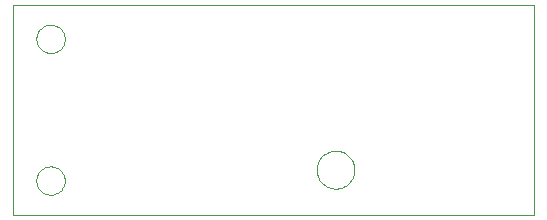
<source format=gko>
G75*
%MOIN*%
%OFA0B0*%
%FSLAX24Y24*%
%IPPOS*%
%LPD*%
%AMOC8*
5,1,8,0,0,1.08239X$1,22.5*
%
%ADD10C,0.0000*%
D10*
X001262Y000100D02*
X001262Y007096D01*
X018632Y007096D01*
X018632Y000100D01*
X001262Y000100D01*
X002040Y001238D02*
X002042Y001281D01*
X002048Y001323D01*
X002058Y001365D01*
X002071Y001406D01*
X002088Y001446D01*
X002109Y001483D01*
X002133Y001519D01*
X002160Y001552D01*
X002190Y001583D01*
X002223Y001611D01*
X002258Y001636D01*
X002295Y001657D01*
X002334Y001675D01*
X002374Y001689D01*
X002416Y001700D01*
X002458Y001707D01*
X002501Y001710D01*
X002544Y001709D01*
X002587Y001704D01*
X002629Y001695D01*
X002670Y001683D01*
X002710Y001667D01*
X002748Y001647D01*
X002784Y001624D01*
X002818Y001597D01*
X002850Y001568D01*
X002878Y001536D01*
X002904Y001501D01*
X002926Y001465D01*
X002945Y001426D01*
X002960Y001386D01*
X002972Y001345D01*
X002980Y001302D01*
X002984Y001259D01*
X002984Y001217D01*
X002980Y001174D01*
X002972Y001131D01*
X002960Y001090D01*
X002945Y001050D01*
X002926Y001011D01*
X002904Y000975D01*
X002878Y000940D01*
X002850Y000908D01*
X002818Y000879D01*
X002784Y000852D01*
X002748Y000829D01*
X002710Y000809D01*
X002670Y000793D01*
X002629Y000781D01*
X002587Y000772D01*
X002544Y000767D01*
X002501Y000766D01*
X002458Y000769D01*
X002416Y000776D01*
X002374Y000787D01*
X002334Y000801D01*
X002295Y000819D01*
X002258Y000840D01*
X002223Y000865D01*
X002190Y000893D01*
X002160Y000924D01*
X002133Y000957D01*
X002109Y000993D01*
X002088Y001030D01*
X002071Y001070D01*
X002058Y001111D01*
X002048Y001153D01*
X002042Y001195D01*
X002040Y001238D01*
X011382Y001600D02*
X011384Y001650D01*
X011390Y001700D01*
X011400Y001749D01*
X011414Y001797D01*
X011431Y001844D01*
X011452Y001889D01*
X011477Y001933D01*
X011505Y001974D01*
X011537Y002013D01*
X011571Y002050D01*
X011608Y002084D01*
X011648Y002114D01*
X011690Y002141D01*
X011734Y002165D01*
X011780Y002186D01*
X011827Y002202D01*
X011875Y002215D01*
X011925Y002224D01*
X011974Y002229D01*
X012025Y002230D01*
X012075Y002227D01*
X012124Y002220D01*
X012173Y002209D01*
X012221Y002194D01*
X012267Y002176D01*
X012312Y002154D01*
X012355Y002128D01*
X012396Y002099D01*
X012435Y002067D01*
X012471Y002032D01*
X012503Y001994D01*
X012533Y001954D01*
X012560Y001911D01*
X012583Y001867D01*
X012602Y001821D01*
X012618Y001773D01*
X012630Y001724D01*
X012638Y001675D01*
X012642Y001625D01*
X012642Y001575D01*
X012638Y001525D01*
X012630Y001476D01*
X012618Y001427D01*
X012602Y001379D01*
X012583Y001333D01*
X012560Y001289D01*
X012533Y001246D01*
X012503Y001206D01*
X012471Y001168D01*
X012435Y001133D01*
X012396Y001101D01*
X012355Y001072D01*
X012312Y001046D01*
X012267Y001024D01*
X012221Y001006D01*
X012173Y000991D01*
X012124Y000980D01*
X012075Y000973D01*
X012025Y000970D01*
X011974Y000971D01*
X011925Y000976D01*
X011875Y000985D01*
X011827Y000998D01*
X011780Y001014D01*
X011734Y001035D01*
X011690Y001059D01*
X011648Y001086D01*
X011608Y001116D01*
X011571Y001150D01*
X011537Y001187D01*
X011505Y001226D01*
X011477Y001267D01*
X011452Y001311D01*
X011431Y001356D01*
X011414Y001403D01*
X011400Y001451D01*
X011390Y001500D01*
X011384Y001550D01*
X011382Y001600D01*
X002040Y005962D02*
X002042Y006005D01*
X002048Y006047D01*
X002058Y006089D01*
X002071Y006130D01*
X002088Y006170D01*
X002109Y006207D01*
X002133Y006243D01*
X002160Y006276D01*
X002190Y006307D01*
X002223Y006335D01*
X002258Y006360D01*
X002295Y006381D01*
X002334Y006399D01*
X002374Y006413D01*
X002416Y006424D01*
X002458Y006431D01*
X002501Y006434D01*
X002544Y006433D01*
X002587Y006428D01*
X002629Y006419D01*
X002670Y006407D01*
X002710Y006391D01*
X002748Y006371D01*
X002784Y006348D01*
X002818Y006321D01*
X002850Y006292D01*
X002878Y006260D01*
X002904Y006225D01*
X002926Y006189D01*
X002945Y006150D01*
X002960Y006110D01*
X002972Y006069D01*
X002980Y006026D01*
X002984Y005983D01*
X002984Y005941D01*
X002980Y005898D01*
X002972Y005855D01*
X002960Y005814D01*
X002945Y005774D01*
X002926Y005735D01*
X002904Y005699D01*
X002878Y005664D01*
X002850Y005632D01*
X002818Y005603D01*
X002784Y005576D01*
X002748Y005553D01*
X002710Y005533D01*
X002670Y005517D01*
X002629Y005505D01*
X002587Y005496D01*
X002544Y005491D01*
X002501Y005490D01*
X002458Y005493D01*
X002416Y005500D01*
X002374Y005511D01*
X002334Y005525D01*
X002295Y005543D01*
X002258Y005564D01*
X002223Y005589D01*
X002190Y005617D01*
X002160Y005648D01*
X002133Y005681D01*
X002109Y005717D01*
X002088Y005754D01*
X002071Y005794D01*
X002058Y005835D01*
X002048Y005877D01*
X002042Y005919D01*
X002040Y005962D01*
M02*

</source>
